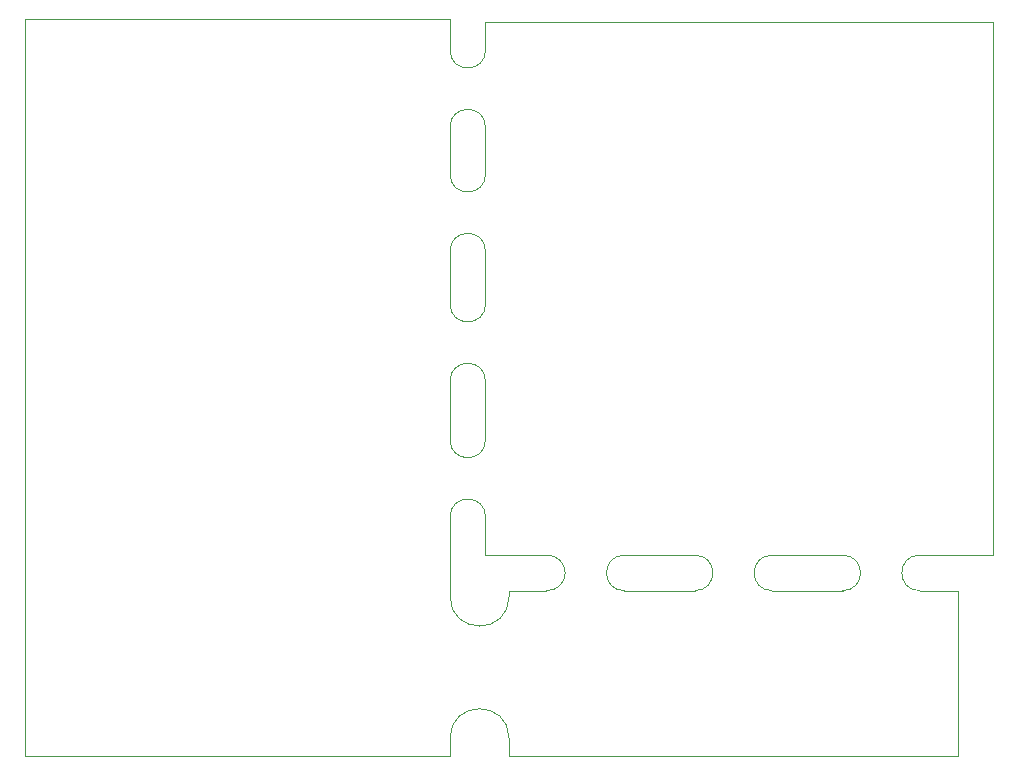
<source format=gbr>
G04 #@! TF.GenerationSoftware,KiCad,Pcbnew,6.0.11+dfsg-1*
G04 #@! TF.CreationDate,2024-10-29T09:23:30+01:00*
G04 #@! TF.ProjectId,kaarten_shieter,6b616172-7465-46e5-9f73-686965746572,rev?*
G04 #@! TF.SameCoordinates,Original*
G04 #@! TF.FileFunction,Profile,NP*
%FSLAX46Y46*%
G04 Gerber Fmt 4.6, Leading zero omitted, Abs format (unit mm)*
G04 Created by KiCad (PCBNEW 6.0.11+dfsg-1) date 2024-10-29 09:23:30*
%MOMM*%
%LPD*%
G01*
G04 APERTURE LIST*
G04 #@! TA.AperFunction,Profile*
%ADD10C,0.100000*%
G04 #@! TD*
G04 APERTURE END LIST*
D10*
X139500000Y-107250000D02*
G75*
G03*
X136500000Y-107250000I-1500000J0D01*
G01*
X139500000Y-122000000D02*
X139500000Y-118750000D01*
X139500000Y-96250000D02*
G75*
G03*
X136500000Y-96250000I-1500000J0D01*
G01*
X139500000Y-85750000D02*
X139500000Y-89750000D01*
X169750000Y-125000000D02*
G75*
G03*
X169750000Y-122000000I0J1500000D01*
G01*
X136500000Y-100750000D02*
G75*
G03*
X139500000Y-100750000I1500000J0D01*
G01*
X136500000Y-79250000D02*
G75*
G03*
X139500000Y-79250000I1500000J0D01*
G01*
X169750000Y-125000000D02*
X163750000Y-125000000D01*
X157250000Y-125000000D02*
G75*
G03*
X157250000Y-122000000I0J1500000D01*
G01*
X176250000Y-125000000D02*
X179500000Y-125000000D01*
X136500000Y-107250000D02*
X136500000Y-112250000D01*
X136500000Y-112250000D02*
G75*
G03*
X139500000Y-112250000I1500000J0D01*
G01*
X139500000Y-96250000D02*
X139500000Y-100750000D01*
X136500000Y-76600000D02*
X136500000Y-79250000D01*
X136500000Y-139000000D02*
X100500000Y-139000000D01*
X136500000Y-89750000D02*
G75*
G03*
X139500000Y-89750000I1500000J0D01*
G01*
X179500000Y-139000000D02*
X141500000Y-139000000D01*
X144662349Y-122000000D02*
X139500000Y-122000000D01*
X139500000Y-85750000D02*
G75*
G03*
X136500000Y-85750000I-1500000J0D01*
G01*
X182500000Y-76900000D02*
X182500000Y-122000000D01*
X139500000Y-76900000D02*
X182500000Y-76900000D01*
X141500000Y-125000000D02*
X144662349Y-125000000D01*
X139500000Y-79250000D02*
X139500000Y-76900000D01*
X136500000Y-137500000D02*
X136500000Y-139000000D01*
X144662349Y-125000000D02*
G75*
G03*
X144662349Y-122000000I85151J1500000D01*
G01*
X139500000Y-112250000D02*
X139500000Y-107250000D01*
X179500000Y-125000000D02*
X179500000Y-139000000D01*
X141500000Y-139000000D02*
X141500000Y-137500000D01*
X136500000Y-125500000D02*
G75*
G03*
X141500000Y-125500000I2500000J0D01*
G01*
X157250000Y-125000000D02*
X151250000Y-125000000D01*
X163750000Y-122000000D02*
X169750000Y-122000000D01*
X182500000Y-122000000D02*
X176250000Y-122000000D01*
X141500000Y-125500000D02*
X141500000Y-125000000D01*
X141500000Y-137500000D02*
G75*
G03*
X136500000Y-137500000I-2500000J0D01*
G01*
X157250000Y-122000000D02*
X151250000Y-122000000D01*
X136500000Y-100750000D02*
X136500000Y-96250000D01*
X176250000Y-122000000D02*
G75*
G03*
X176250000Y-125000000I0J-1500000D01*
G01*
X139500000Y-118750000D02*
G75*
G03*
X136500000Y-118750000I-1500000J0D01*
G01*
X151250000Y-122000000D02*
G75*
G03*
X151250000Y-125000000I0J-1500000D01*
G01*
X100500000Y-139000000D02*
X100500000Y-76600000D01*
X136500000Y-89750000D02*
X136500000Y-85750000D01*
X163750000Y-122000000D02*
G75*
G03*
X163750000Y-125000000I0J-1500000D01*
G01*
X100500000Y-76600000D02*
X136500000Y-76600000D01*
X136500000Y-118750000D02*
X136500000Y-125500000D01*
M02*

</source>
